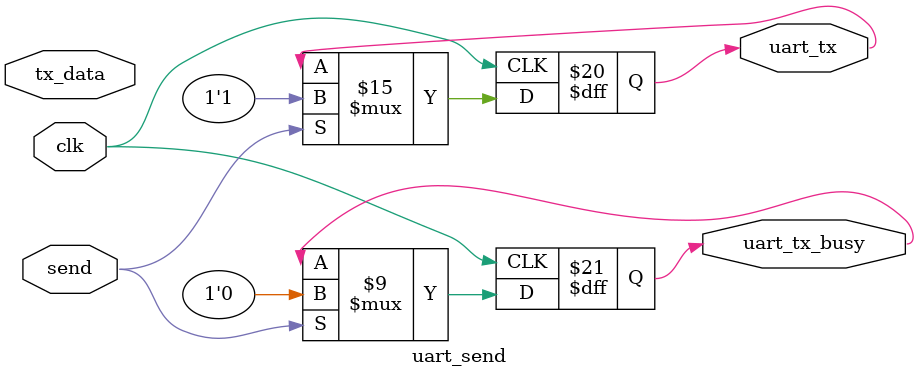
<source format=v>
module uart_send #(
    parameter BAUD_RATE = 115200
    )(
    input             clk,
    input       [7:0] tx_data,
    input             send,
    output  reg       uart_tx,
    output  reg       uart_tx_busy
    );
    // localparams
    localparam UART_PERIOD = 1000000000/BAUD_RATE;   // nS
    // each clock, trigger the task. Only if send == 1'b1
    always @(posedge clk) begin
        if (send) begin
            task_uart_tx;
        end
    end
    // task
    task task_uart_tx;
        reg [9:0] tx_buffer;    // output buffer
        integer tx_cnt;         // counter
        // task
        begin
            #(1);                                   // delay FTW
            uart_tx_busy = 1'b1;                    //
            uart_tx      = 1'b1;                    // idle
            tx_buffer    = {1'b1, tx_data, 1'b0};   // extend data
            for(tx_cnt = 0; tx_cnt < 10; tx_cnt = tx_cnt + 1) begin
                #(UART_PERIOD);
                uart_tx = tx_buffer[tx_cnt];
            end
            uart_tx_busy = 1'b0;
        end
    endtask
endmodule
</source>
